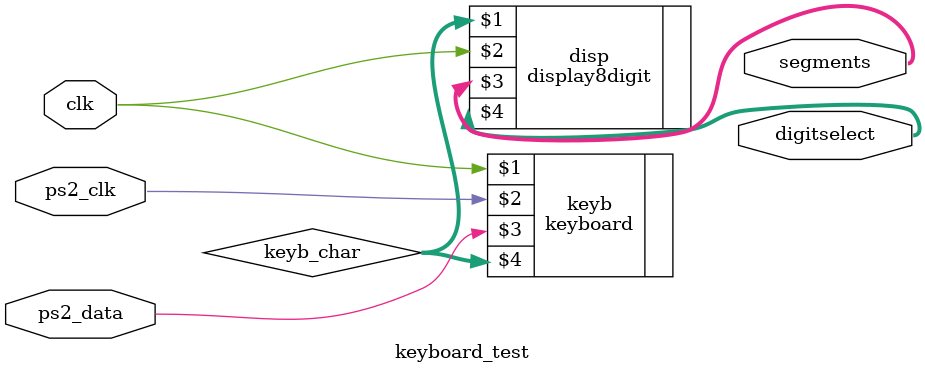
<source format=sv>

`timescale 1ns / 1ps
`default_nettype none

module keyboard_test(
	input wire clk,
	input wire ps2_data,
	input wire ps2_clk,
	output wire [7:0] segments,
   	output wire [7:0] digitselect
   );

	wire [31:0] keyb_char;
 
	keyboard keyb(clk, ps2_clk, ps2_data, keyb_char);
   
	display8digit disp(keyb_char, clk, segments, digitselect);

endmodule
</source>
